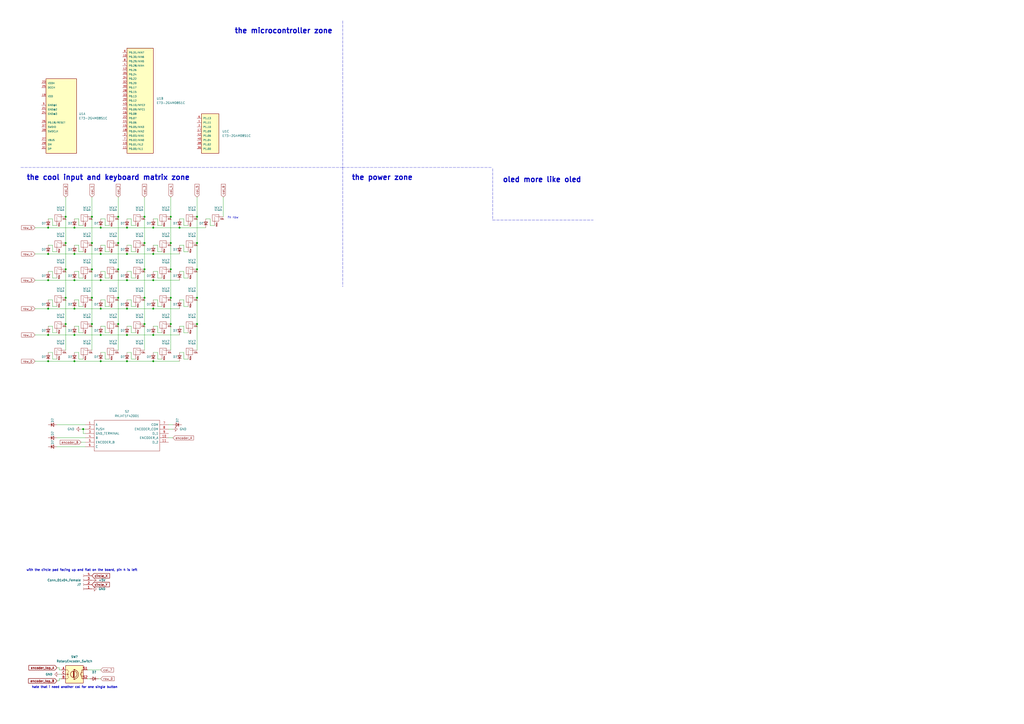
<source format=kicad_sch>
(kicad_sch (version 20211123) (generator eeschema)
  (paper "A2")
  (lib_symbols
    (symbol "Connector:Conn_01x04_Female" (pin_names (offset 1.016) hide)
      (property "Reference" "J" (at 0 5.08 0))
      (property "Value" "Conn_01x04_Female" (at 0 -7.62 0))
      (symbol "Conn_01x04_Female_1_1"
        (arc (start 0 -4.572) (mid -0.508 -5.08) (end 0 -5.588) (stroke (width 0.1524)))
        (arc (start 0 -2.032) (mid -0.508 -2.54) (end 0 -3.048) (stroke (width 0.1524)))
        (polyline (pts (xy -1.27 -5.08) (xy -0.508 -5.08)) (stroke (width 0.1524)))
        (polyline (pts (xy -1.27 -2.54) (xy -0.508 -2.54)) (stroke (width 0.1524)))
        (polyline (pts (xy -1.27 0) (xy -0.508 0)) (stroke (width 0.1524)))
        (polyline (pts (xy -1.27 2.54) (xy -0.508 2.54)) (stroke (width 0.1524)))
        (arc (start 0 0.508) (mid -0.508 0) (end 0 -0.508) (stroke (width 0.1524)))
        (arc (start 0 3.048) (mid -0.508 2.54) (end 0 2.032) (stroke (width 0.1524)))
        (pin passive line (at -5.08 2.54 0) (length 3.81) (name "Pin_1") (number "1"))
        (pin passive line (at -5.08 0 0) (length 3.81) (name "Pin_2") (number "2"))
        (pin passive line (at -5.08 -2.54 0) (length 3.81) (name "Pin_3") (number "3"))
        (pin passive line (at -5.08 -5.08 0) (length 3.81) (name "Pin_4") (number "4"))
      )
    )
    (symbol "Device:D_Small" (pin_numbers hide) (pin_names (offset 0.254) hide)
      (property "Reference" "D" (at -1.27 2.032 0))
      (property "Value" "D_Small" (at -3.81 -2.032 0))
      (symbol "D_Small_0_1"
        (polyline (pts (xy -0.762 -1.016) (xy -0.762 1.016)) (stroke (width 0.254)))
        (polyline (pts (xy -0.762 0) (xy 0.762 0)))
        (polyline (pts (xy 0.762 -1.016) (xy -0.762 0) (xy 0.762 1.016) (xy 0.762 -1.016)) (stroke (width 0.254)))
      )
      (symbol "D_Small_1_1"
        (pin passive line (at -2.54 0 0) (length 1.778) (name "K") (number "1"))
        (pin passive line (at 2.54 0 180) (length 1.778) (name "A") (number "2"))
      )
    )
    (symbol "Device:RotaryEncoder_Switch" (pin_names (offset 0.254) hide)
      (property "Reference" "SW" (at 0 6.604 0))
      (property "Value" "RotaryEncoder_Switch" (at 0 -6.604 0))
      (symbol "RotaryEncoder_Switch_0_1"
        (rectangle (start -5.08 5.08) (end 5.08 -5.08) (stroke (width 0.254)) (fill (type background)))
        (circle (center -3.81 0) (radius 0.254) (fill (type outline)))
        (arc (start -0.381 -2.794) (mid 2.3622 -0.0508) (end -0.381 2.667) (stroke (width 0.254)))
        (circle (center -0.381 0) (radius 1.905) (stroke (width 0.254)))
        (polyline (pts (xy -0.635 -1.778) (xy -0.635 1.778)) (stroke (width 0.254)))
        (polyline (pts (xy -0.381 -1.778) (xy -0.381 1.778)) (stroke (width 0.254)))
        (polyline (pts (xy -0.127 1.778) (xy -0.127 -1.778)) (stroke (width 0.254)))
        (polyline (pts (xy 3.81 0) (xy 3.429 0)) (stroke (width 0.254)))
        (polyline (pts (xy 3.81 1.016) (xy 3.81 -1.016)) (stroke (width 0.254)))
        (polyline (pts (xy -5.08 -2.54) (xy -3.81 -2.54) (xy -3.81 -2.032)))
        (polyline (pts (xy -5.08 2.54) (xy -3.81 2.54) (xy -3.81 2.032)))
        (polyline (pts (xy 0.254 -3.048) (xy -0.508 -2.794) (xy 0.127 -2.413)) (stroke (width 0.254)))
        (polyline (pts (xy 0.254 2.921) (xy -0.508 2.667) (xy 0.127 2.286)) (stroke (width 0.254)))
        (polyline (pts (xy 5.08 -2.54) (xy 4.318 -2.54) (xy 4.318 -1.016)) (stroke (width 0.254)))
        (polyline (pts (xy 5.08 2.54) (xy 4.318 2.54) (xy 4.318 1.016)) (stroke (width 0.254)))
        (polyline (pts (xy -5.08 0) (xy -3.81 0) (xy -3.81 -1.016) (xy -3.302 -2.032)))
        (polyline (pts (xy -4.318 0) (xy -3.81 0) (xy -3.81 1.016) (xy -3.302 2.032)))
        (circle (center 4.318 -1.016) (radius 0.127) (stroke (width 0.254)))
        (circle (center 4.318 1.016) (radius 0.127) (stroke (width 0.254)))
      )
      (symbol "RotaryEncoder_Switch_1_1"
        (pin passive line (at -7.62 2.54 0) (length 2.54) (name "A") (number "A"))
        (pin passive line (at -7.62 -2.54 0) (length 2.54) (name "B") (number "B"))
        (pin passive line (at -7.62 0 0) (length 2.54) (name "C") (number "C"))
        (pin passive line (at 7.62 2.54 180) (length 2.54) (name "S1") (number "S1"))
        (pin passive line (at 7.62 -2.54 180) (length 2.54) (name "S2") (number "S2"))
      )
    )
    (symbol "E73-2G4M08S1C:E73-2G4M08S1C" (pin_names (offset 1.016))
      (property "Reference" "U" (at -15.24 20.32 0))
      (property "Value" "E73-2G4M08S1C" (at -15.24 -25.4 0))
      (symbol "E73-2G4M08S1C_1_0"
        (rectangle (start -15.24 -22.86) (end 2.54 20.32) (stroke (width 0.254)) (fill (type background)))
        (pin bidirectional line (at -17.78 10.16 0) (length 2.54) (name "VDD") (number "19"))
        (pin bidirectional line (at -17.78 2.54 0) (length 2.54) (name "GND@2") (number "21"))
        (pin bidirectional line (at -17.78 17.78 0) (length 2.54) (name "VDDH") (number "23"))
        (pin bidirectional line (at -17.78 0 0) (length 2.54) (name "GND@3") (number "24"))
        (pin bidirectional line (at -17.78 15.24 0) (length 2.54) (name "DCCH") (number "25"))
        (pin bidirectional line (at -17.78 -5.08 0) (length 2.54) (name "P0.18/RESET") (number "26"))
        (pin bidirectional line (at -17.78 -15.24 0) (length 2.54) (name "VBUS") (number "27"))
        (pin bidirectional line (at -17.78 -17.78 0) (length 2.54) (name "DM") (number "29"))
        (pin bidirectional line (at -17.78 -20.32 0) (length 2.54) (name "DP") (number "31"))
        (pin bidirectional line (at -17.78 -7.62 0) (length 2.54) (name "SWDIO") (number "37"))
        (pin bidirectional line (at -17.78 -10.16 0) (length 2.54) (name "SWDCLK") (number "39"))
        (pin bidirectional line (at -17.78 5.08 0) (length 2.54) (name "GND@1") (number "5"))
      )
      (symbol "E73-2G4M08S1C_2_0"
        (rectangle (start -5.08 -30.48) (end 10.16 30.48) (stroke (width 0.254)) (fill (type background)))
        (pin bidirectional line (at 12.7 -25.4 180) (length 2.54) (name "P0.30/AIN6") (number "10"))
        (pin bidirectional line (at 12.7 27.94 180) (length 2.54) (name "P0.00/XL1") (number "11"))
        (pin bidirectional line (at 12.7 -17.78 180) (length 2.54) (name "P0.26") (number "12"))
        (pin bidirectional line (at 12.7 25.4 180) (length 2.54) (name "P0.01/XL2") (number "13"))
        (pin bidirectional line (at 12.7 12.7 180) (length 2.54) (name "P0.06") (number "14"))
        (pin bidirectional line (at 12.7 15.24 180) (length 2.54) (name "P0.05/AIN3") (number "15"))
        (pin bidirectional line (at 12.7 7.62 180) (length 2.54) (name "P0.08") (number "16"))
        (pin bidirectional line (at 12.7 17.78 180) (length 2.54) (name "P0.04/AIN2") (number "18"))
        (pin bidirectional line (at 12.7 0 180) (length 2.54) (name "P0.12") (number "20"))
        (pin bidirectional line (at 12.7 10.16 180) (length 2.54) (name "P0.07") (number "22"))
        (pin bidirectional line (at 12.7 -5.08 180) (length 2.54) (name "P0.15") (number "28"))
        (pin bidirectional line (at 12.7 20.32 180) (length 2.54) (name "P0.03/AIN1") (number "3"))
        (pin bidirectional line (at 12.7 -7.62 180) (length 2.54) (name "P0.17") (number "30"))
        (pin bidirectional line (at 12.7 -10.16 180) (length 2.54) (name "P0.20") (number "32"))
        (pin bidirectional line (at 12.7 -2.54 180) (length 2.54) (name "P0.13") (number "33"))
        (pin bidirectional line (at 12.7 -12.7 180) (length 2.54) (name "P0.22") (number "34"))
        (pin bidirectional line (at 12.7 -15.24 180) (length 2.54) (name "P0.24") (number "35"))
        (pin bidirectional line (at 12.7 -20.32 180) (length 2.54) (name "P0.28/AIN4") (number "4"))
        (pin bidirectional line (at 12.7 5.08 180) (length 2.54) (name "P0.09/NFC1") (number "41"))
        (pin bidirectional line (at 12.7 2.54 180) (length 2.54) (name "P0.10/NFC2") (number "43"))
        (pin bidirectional line (at 12.7 22.86 180) (length 2.54) (name "P0.02/AIN0") (number "7"))
        (pin bidirectional line (at 12.7 -22.86 180) (length 2.54) (name "P0.29/AIN5") (number "8"))
        (pin bidirectional line (at 12.7 -27.94 180) (length 2.54) (name "P0.31/AIN7") (number "9"))
      )
      (symbol "E73-2G4M08S1C_3_0"
        (rectangle (start -2.54 -12.7) (end 7.62 10.16) (stroke (width 0.254)) (fill (type background)))
        (pin bidirectional line (at 10.16 -7.62 180) (length 2.54) (name "P1.11") (number "1"))
        (pin bidirectional line (at 10.16 -2.54 180) (length 2.54) (name "P1.09") (number "17"))
        (pin bidirectional line (at 10.16 -5.08 180) (length 2.54) (name "P1.10") (number "2"))
        (pin bidirectional line (at 10.16 7.62 180) (length 2.54) (name "P1.00") (number "36"))
        (pin bidirectional line (at 10.16 5.08 180) (length 2.54) (name "P1.02") (number "38"))
        (pin bidirectional line (at 10.16 2.54 180) (length 2.54) (name "P1.04") (number "40"))
        (pin bidirectional line (at 10.16 0 180) (length 2.54) (name "P1.06") (number "42"))
        (pin bidirectional line (at 10.16 -10.16 180) (length 2.54) (name "P1.13") (number "6"))
      )
    )
    (symbol "MX_Alps_Hybrid:MX-NoLED" (pin_names (offset 1.016))
      (property "Reference" "MX" (at -0.635 3.81 0))
      (property "Value" "MX-NoLED" (at -0.635 1.27 0))
      (symbol "MX-NoLED_0_0"
        (rectangle (start -2.54 2.54) (end 1.27 -1.27))
        (polyline (pts (xy -1.27 -1.27) (xy -1.27 1.27)) (stroke (width 0.127)))
        (polyline (pts (xy 1.27 1.27) (xy 0 1.27) (xy -1.27 1.905)) (stroke (width 0.127)))
        (text "COL" (at 3.175 0 0) (effects (font (size 0.762 0.762))))
        (text "ROW" (at 0 -1.905 900) (effects (font (size 0.762 0.762)) (justify right)))
      )
      (symbol "MX-NoLED_1_1"
        (pin passive line (at 3.81 1.27 180) (length 2.54) (name "COL") (number "1"))
        (pin passive line (at -1.27 -3.81 90) (length 2.54) (name "ROW") (number "2"))
      )
    )
    (symbol "cumsys:RKJXT1F42001" (pin_names (offset 0.762))
      (property "Reference" "S" (at 44.45 7.62 0))
      (property "Value" "RKJXT1F42001" (at 44.45 5.08 0))
      (symbol "RKJXT1F42001_0_0"
        (pin passive line (at 0 0 0) (length 5.08) (name "A") (number "1"))
        (pin passive line (at 48.26 -7.62 180) (length 5.08) (name "ENCODER_A") (number "10"))
        (pin passive line (at 48.26 -10.16 180) (length 5.08) (name "D_2") (number "11"))
        (pin passive line (at 0 -2.54 0) (length 5.08) (name "PUSH") (number "2"))
        (pin passive line (at 0 -5.08 0) (length 5.08) (name "GND_TERMINAL") (number "3"))
        (pin passive line (at 0 -7.62 0) (length 5.08) (name "B") (number "4"))
        (pin passive line (at 0 -10.16 0) (length 5.08) (name "ENCODER_B") (number "5"))
        (pin passive line (at 0 -12.7 0) (length 5.08) (name "C") (number "6"))
        (pin passive line (at 48.26 0 180) (length 5.08) (name "COM") (number "7"))
        (pin passive line (at 48.26 -2.54 180) (length 5.08) (name "ENCODER_COM") (number "8"))
        (pin passive line (at 48.26 -5.08 180) (length 5.08) (name "D_1") (number "9"))
      )
      (symbol "RKJXT1F42001_0_1"
        (polyline (pts (xy 5.08 2.54) (xy 43.18 2.54) (xy 43.18 -15.24) (xy 5.08 -15.24) (xy 5.08 2.54)) (stroke (width 0.1524)))
      )
    )
    (symbol "power:+5V" (power) (pin_names (offset 0))
      (property "Value" "+5V" (at 0 3.556 0))
      (symbol "+5V_0_1"
        (polyline (pts (xy -0.762 1.27) (xy 0 2.54)))
        (polyline (pts (xy 0 0) (xy 0 2.54)))
        (polyline (pts (xy 0 2.54) (xy 0.762 1.27)))
      )
      (symbol "+5V_1_1"
        (pin power_in line (at 0 0 90) (length 0) hide (name "+5V") (number "1"))
      )
    )
    (symbol "power:GND" (power) (pin_names (offset 0))
      (property "Value" "GND" (at 0 -3.81 0))
      (symbol "GND_0_1"
        (polyline (pts (xy 0 0) (xy 0 -1.27) (xy 1.27 -1.27) (xy 0 -2.54) (xy -1.27 -1.27) (xy 0 -1.27)))
      )
      (symbol "GND_1_1"
        (pin power_in line (at 0 0 270) (length 0) hide (name "GND") (number "1"))
      )
    )
  )
  (junction (at 73.66 209.55))
  (junction (at 43.18 194.31))
  (junction (at 43.18 147.32))
  (junction (at 58.42 209.55))
  (junction (at 27.94 209.55))
  (junction (at 58.42 194.31))
  (junction (at 114.3 187.96))
  (junction (at 53.34 172.72))
  (junction (at 114.3 156.21))
  (junction (at 83.82 156.21))
  (junction (at 99.06 187.96))
  (junction (at 88.9 194.31))
  (junction (at 73.66 132.08))
  (junction (at 53.34 156.21))
  (junction (at 43.18 179.07))
  (junction (at 83.82 125.73))
  (junction (at 73.66 162.56))
  (junction (at 48.26 248.92))
  (junction (at 43.18 132.08))
  (junction (at 83.82 172.72))
  (junction (at 27.94 147.32))
  (junction (at 58.42 147.32))
  (junction (at 27.94 179.07))
  (junction (at 58.42 162.56))
  (junction (at 73.66 194.31))
  (junction (at 99.06 125.73))
  (junction (at 68.58 140.97))
  (junction (at 27.94 194.31))
  (junction (at 104.14 132.08))
  (junction (at 88.9 162.56))
  (junction (at 99.06 156.21))
  (junction (at 27.94 162.56))
  (junction (at 68.58 172.72))
  (junction (at 88.9 209.55))
  (junction (at 73.66 147.32))
  (junction (at 38.1 172.72))
  (junction (at 99.06 140.97))
  (junction (at 114.3 172.72))
  (junction (at 68.58 187.96))
  (junction (at 88.9 147.32))
  (junction (at 114.3 140.97))
  (junction (at 53.34 140.97))
  (junction (at 68.58 125.73))
  (junction (at 53.34 187.96))
  (junction (at 38.1 187.96))
  (junction (at 38.1 125.73))
  (junction (at 68.58 156.21))
  (junction (at 38.1 156.21))
  (junction (at 88.9 132.08))
  (junction (at 27.94 132.08))
  (junction (at 73.66 179.07))
  (junction (at 53.34 125.73))
  (junction (at 114.3 125.73))
  (junction (at 58.42 132.08))
  (junction (at 43.18 162.56))
  (junction (at 43.18 209.55))
  (junction (at 99.06 172.72))
  (junction (at 58.42 179.07))
  (junction (at 38.1 140.97))
  (junction (at 83.82 140.97))
  (junction (at 83.82 187.96))
  (junction (at 88.9 179.07))
  (wire (pts (xy 60.96 146.05) (xy 63.5 146.05)))
  (wire (pts (xy 76.2 208.28) (xy 78.74 208.28)))
  (wire (pts (xy 38.1 125.73) (xy 38.1 140.97)))
  (wire (pts (xy 73.66 194.31) (xy 88.9 194.31)))
  (wire (pts (xy 68.58 125.73) (xy 68.58 140.97)))
  (wire (pts (xy 27.94 173.99) (xy 30.48 173.99)))
  (wire (pts (xy 60.96 161.29) (xy 63.5 161.29)))
  (wire (pts (xy 99.06 140.97) (xy 99.06 156.21)))
  (wire (pts (xy 76.2 146.05) (xy 78.74 146.05)))
  (wire (pts (xy 58.42 204.47) (xy 60.96 204.47)))
  (wire (pts (xy 104.14 132.08) (xy 119.38 132.08)))
  (wire (pts (xy 73.66 162.56) (xy 88.9 162.56)))
  (wire (pts (xy 58.42 132.08) (xy 73.66 132.08)))
  (wire (pts (xy 91.44 130.81) (xy 91.44 127)))
  (wire (pts (xy 34.29 391.16) (xy 35.56 391.16)))
  (wire (pts (xy 91.44 177.8) (xy 91.44 173.99)))
  (wire (pts (xy 99.06 172.72) (xy 99.06 187.96)))
  (wire (pts (xy 38.1 172.72) (xy 38.1 187.96)))
  (wire (pts (xy 50.8 393.7) (xy 52.07 393.7)))
  (wire (pts (xy 91.44 193.04) (xy 93.98 193.04)))
  (wire (pts (xy 106.68 146.05) (xy 106.68 142.24)))
  (wire (pts (xy 106.68 130.81) (xy 106.68 127)))
  (wire (pts (xy 30.48 177.8) (xy 30.48 173.99)))
  (wire (pts (xy 76.2 177.8) (xy 78.74 177.8)))
  (wire (pts (xy 20.32 147.32) (xy 27.94 147.32)))
  (wire (pts (xy 43.18 173.99) (xy 45.72 173.99)))
  (wire (pts (xy 60.96 208.28) (xy 63.5 208.28)))
  (wire (pts (xy 45.72 177.8) (xy 45.72 173.99)))
  (wire (pts (xy 76.2 161.29) (xy 76.2 157.48)))
  (wire (pts (xy 76.2 146.05) (xy 76.2 142.24)))
  (wire (pts (xy 53.34 125.73) (xy 53.34 140.97)))
  (wire (pts (xy 88.9 147.32) (xy 104.14 147.32)))
  (wire (pts (xy 91.44 208.28) (xy 93.98 208.28)))
  (wire (pts (xy 91.44 146.05) (xy 93.98 146.05)))
  (wire (pts (xy 57.15 393.7) (xy 58.42 393.7)))
  (wire (pts (xy 99.06 156.21) (xy 99.06 172.72)))
  (wire (pts (xy 73.66 157.48) (xy 76.2 157.48)))
  (wire (pts (xy 88.9 173.99) (xy 91.44 173.99)))
  (wire (pts (xy 58.42 162.56) (xy 73.66 162.56)))
  (wire (pts (xy 50.8 388.62) (xy 58.42 388.62)))
  (wire (pts (xy 76.2 193.04) (xy 78.74 193.04)))
  (wire (pts (xy 30.48 193.04) (xy 30.48 189.23)))
  (wire (pts (xy 88.9 157.48) (xy 91.44 157.48)))
  (wire (pts (xy 58.42 127) (xy 60.96 127)))
  (wire (pts (xy 20.32 132.08) (xy 27.94 132.08)))
  (polyline (pts (xy 12.065 97.155) (xy 198.755 97.155)))
  (wire (pts (xy 33.02 259.08) (xy 49.53 259.08)))
  (wire (pts (xy 35.56 388.62) (xy 34.29 388.62)))
  (wire (pts (xy 30.48 161.29) (xy 33.02 161.29)))
  (wire (pts (xy 45.72 193.04) (xy 48.26 193.04)))
  (wire (pts (xy 99.06 125.73) (xy 99.06 140.97)))
  (wire (pts (xy 129.54 114.3) (xy 129.54 125.73)))
  (wire (pts (xy 83.82 156.21) (xy 83.82 172.72)))
  (wire (pts (xy 76.2 193.04) (xy 76.2 189.23)))
  (wire (pts (xy 106.68 161.29) (xy 109.22 161.29)))
  (wire (pts (xy 114.3 140.97) (xy 114.3 156.21)))
  (wire (pts (xy 73.66 179.07) (xy 88.9 179.07)))
  (wire (pts (xy 53.34 140.97) (xy 53.34 156.21)))
  (wire (pts (xy 88.9 209.55) (xy 104.14 209.55)))
  (wire (pts (xy 45.72 193.04) (xy 45.72 189.23)))
  (wire (pts (xy 114.3 172.72) (xy 114.3 187.96)))
  (wire (pts (xy 73.66 132.08) (xy 88.9 132.08)))
  (wire (pts (xy 73.66 142.24) (xy 76.2 142.24)))
  (wire (pts (xy 73.66 173.99) (xy 76.2 173.99)))
  (wire (pts (xy 73.66 204.47) (xy 76.2 204.47)))
  (wire (pts (xy 45.72 130.81) (xy 48.26 130.81)))
  (wire (pts (xy 60.96 193.04) (xy 63.5 193.04)))
  (wire (pts (xy 27.94 132.08) (xy 43.18 132.08)))
  (wire (pts (xy 27.94 204.47) (xy 30.48 204.47)))
  (wire (pts (xy 76.2 130.81) (xy 78.74 130.81)))
  (wire (pts (xy 83.82 172.72) (xy 83.82 187.96)))
  (wire (pts (xy 30.48 130.81) (xy 33.02 130.81)))
  (wire (pts (xy 27.94 147.32) (xy 43.18 147.32)))
  (wire (pts (xy 45.72 146.05) (xy 48.26 146.05)))
  (wire (pts (xy 45.72 161.29) (xy 45.72 157.48)))
  (wire (pts (xy 88.9 162.56) (xy 104.14 162.56)))
  (wire (pts (xy 88.9 127) (xy 91.44 127)))
  (wire (pts (xy 30.48 193.04) (xy 33.02 193.04)))
  (wire (pts (xy 45.72 146.05) (xy 45.72 142.24)))
  (wire (pts (xy 30.48 130.81) (xy 30.48 127)))
  (wire (pts (xy 30.48 208.28) (xy 33.02 208.28)))
  (wire (pts (xy 68.58 187.96) (xy 68.58 203.2)))
  (wire (pts (xy 91.44 177.8) (xy 93.98 177.8)))
  (wire (pts (xy 97.79 248.92) (xy 100.33 248.92)))
  (wire (pts (xy 91.44 146.05) (xy 91.44 142.24)))
  (wire (pts (xy 30.48 146.05) (xy 30.48 142.24)))
  (wire (pts (xy 73.66 147.32) (xy 88.9 147.32)))
  (wire (pts (xy 27.94 162.56) (xy 43.18 162.56)))
  (wire (pts (xy 106.68 208.28) (xy 109.22 208.28)))
  (wire (pts (xy 68.58 114.3) (xy 68.58 125.73)))
  (wire (pts (xy 43.18 194.31) (xy 58.42 194.31)))
  (wire (pts (xy 48.26 248.92) (xy 49.53 248.92)))
  (wire (pts (xy 106.68 208.28) (xy 106.68 204.47)))
  (wire (pts (xy 60.96 130.81) (xy 63.5 130.81)))
  (wire (pts (xy 30.48 208.28) (xy 30.48 204.47)))
  (wire (pts (xy 43.18 132.08) (xy 58.42 132.08)))
  (wire (pts (xy 106.68 177.8) (xy 106.68 173.99)))
  (wire (pts (xy 60.96 146.05) (xy 60.96 142.24)))
  (wire (pts (xy 106.68 161.29) (xy 106.68 157.48)))
  (wire (pts (xy 58.42 173.99) (xy 60.96 173.99)))
  (wire (pts (xy 45.72 208.28) (xy 48.26 208.28)))
  (wire (pts (xy 104.14 189.23) (xy 106.68 189.23)))
  (wire (pts (xy 20.32 194.31) (xy 27.94 194.31)))
  (wire (pts (xy 97.79 246.38) (xy 100.33 246.38)))
  (wire (pts (xy 60.96 161.29) (xy 60.96 157.48)))
  (wire (pts (xy 33.02 387.35) (xy 34.29 387.35)))
  (wire (pts (xy 106.68 193.04) (xy 106.68 189.23)))
  (wire (pts (xy 60.96 177.8) (xy 60.96 173.99)))
  (wire (pts (xy 53.34 172.72) (xy 53.34 187.96)))
  (wire (pts (xy 76.2 208.28) (xy 76.2 204.47)))
  (wire (pts (xy 119.38 127) (xy 121.92 127)))
  (wire (pts (xy 73.66 209.55) (xy 88.9 209.55)))
  (wire (pts (xy 83.82 140.97) (xy 83.82 156.21)))
  (wire (pts (xy 60.96 193.04) (xy 60.96 189.23)))
  (wire (pts (xy 38.1 140.97) (xy 38.1 156.21)))
  (wire (pts (xy 27.94 189.23) (xy 30.48 189.23)))
  (wire (pts (xy 30.48 177.8) (xy 33.02 177.8)))
  (wire (pts (xy 43.18 157.48) (xy 45.72 157.48)))
  (wire (pts (xy 88.9 142.24) (xy 91.44 142.24)))
  (wire (pts (xy 91.44 193.04) (xy 91.44 189.23)))
  (wire (pts (xy 38.1 114.3) (xy 38.1 125.73)))
  (wire (pts (xy 58.42 147.32) (xy 73.66 147.32)))
  (wire (pts (xy 88.9 132.08) (xy 104.14 132.08)))
  (wire (pts (xy 88.9 189.23) (xy 91.44 189.23)))
  (wire (pts (xy 43.18 189.23) (xy 45.72 189.23)))
  (wire (pts (xy 45.72 208.28) (xy 45.72 204.47)))
  (wire (pts (xy 58.42 179.07) (xy 73.66 179.07)))
  (wire (pts (xy 104.14 157.48) (xy 106.68 157.48)))
  (wire (pts (xy 27.94 142.24) (xy 30.48 142.24)))
  (polyline (pts (xy 198.755 97.155) (xy 198.755 166.37)))
  (wire (pts (xy 104.14 142.24) (xy 106.68 142.24)))
  (wire (pts (xy 99.06 187.96) (xy 99.06 203.2)))
  (wire (pts (xy 58.42 189.23) (xy 60.96 189.23)))
  (wire (pts (xy 91.44 161.29) (xy 91.44 157.48)))
  (wire (pts (xy 33.02 394.97) (xy 34.29 394.97)))
  (wire (pts (xy 58.42 194.31) (xy 73.66 194.31)))
  (polyline (pts (xy 285.75 127.635) (xy 344.17 127.635)))
  (wire (pts (xy 83.82 114.3) (xy 83.82 125.73)))
  (wire (pts (xy 68.58 172.72) (xy 68.58 187.96)))
  (wire (pts (xy 60.96 130.81) (xy 60.96 127)))
  (wire (pts (xy 27.94 157.48) (xy 30.48 157.48)))
  (wire (pts (xy 99.06 114.3) (xy 99.06 125.73)))
  (wire (pts (xy 91.44 130.81) (xy 93.98 130.81)))
  (wire (pts (xy 121.92 130.81) (xy 124.46 130.81)))
  (wire (pts (xy 43.18 127) (xy 45.72 127)))
  (polyline (pts (xy 285.75 97.79) (xy 285.75 127.635)))
  (wire (pts (xy 114.3 125.73) (xy 114.3 140.97)))
  (wire (pts (xy 58.42 157.48) (xy 60.96 157.48)))
  (wire (pts (xy 53.34 187.96) (xy 53.34 203.2)))
  (wire (pts (xy 38.1 187.96) (xy 38.1 203.2)))
  (wire (pts (xy 97.79 254) (xy 100.33 254)))
  (wire (pts (xy 114.3 156.21) (xy 114.3 172.72)))
  (wire (pts (xy 104.14 204.47) (xy 106.68 204.47)))
  (wire (pts (xy 76.2 161.29) (xy 78.74 161.29)))
  (wire (pts (xy 104.14 173.99) (xy 106.68 173.99)))
  (wire (pts (xy 106.68 130.81) (xy 109.22 130.81)))
  (wire (pts (xy 106.68 146.05) (xy 109.22 146.05)))
  (wire (pts (xy 34.29 387.35) (xy 34.29 388.62)))
  (wire (pts (xy 88.9 179.07) (xy 104.14 179.07)))
  (wire (pts (xy 121.92 130.81) (xy 121.92 127)))
  (wire (pts (xy 43.18 147.32) (xy 58.42 147.32)))
  (wire (pts (xy 27.94 127) (xy 30.48 127)))
  (wire (pts (xy 20.32 179.07) (xy 27.94 179.07)))
  (wire (pts (xy 76.2 130.81) (xy 76.2 127)))
  (wire (pts (xy 27.94 209.55) (xy 43.18 209.55)))
  (wire (pts (xy 49.53 251.46) (xy 48.26 251.46)))
  (wire (pts (xy 73.66 189.23) (xy 76.2 189.23)))
  (wire (pts (xy 27.94 194.31) (xy 43.18 194.31)))
  (wire (pts (xy 104.14 127) (xy 106.68 127)))
  (wire (pts (xy 43.18 179.07) (xy 58.42 179.07)))
  (wire (pts (xy 83.82 187.96) (xy 83.82 203.2)))
  (wire (pts (xy 114.3 114.3) (xy 114.3 125.73)))
  (wire (pts (xy 35.56 393.7) (xy 34.29 393.7)))
  (wire (pts (xy 106.68 193.04) (xy 109.22 193.04)))
  (wire (pts (xy 43.18 209.55) (xy 58.42 209.55)))
  (wire (pts (xy 46.99 256.54) (xy 49.53 256.54)))
  (polyline (pts (xy 198.755 12.065) (xy 198.755 97.155)))
  (wire (pts (xy 43.18 204.47) (xy 45.72 204.47)))
  (wire (pts (xy 83.82 125.73) (xy 83.82 140.97)))
  (wire (pts (xy 30.48 161.29) (xy 30.48 157.48)))
  (wire (pts (xy 45.72 161.29) (xy 48.26 161.29)))
  (wire (pts (xy 91.44 161.29) (xy 93.98 161.29)))
  (wire (pts (xy 88.9 204.47) (xy 91.44 204.47)))
  (wire (pts (xy 58.42 209.55) (xy 73.66 209.55)))
  (wire (pts (xy 20.32 209.55) (xy 27.94 209.55)))
  (wire (pts (xy 38.1 156.21) (xy 38.1 172.72)))
  (wire (pts (xy 60.96 177.8) (xy 63.5 177.8)))
  (wire (pts (xy 68.58 156.21) (xy 68.58 172.72)))
  (wire (pts (xy 45.72 177.8) (xy 48.26 177.8)))
  (wire (pts (xy 53.34 156.21) (xy 53.34 172.72)))
  (wire (pts (xy 43.18 162.56) (xy 58.42 162.56)))
  (wire (pts (xy 73.66 127) (xy 76.2 127)))
  (wire (pts (xy 33.02 246.38) (xy 49.53 246.38)))
  (wire (pts (xy 43.18 142.24) (xy 45.72 142.24)))
  (wire (pts (xy 30.48 146.05) (xy 33.02 146.05)))
  (wire (pts (xy 33.02 254) (xy 49.53 254)))
  (wire (pts (xy 46.99 248.92) (xy 48.26 248.92)))
  (wire (pts (xy 60.96 208.28) (xy 60.96 204.47)))
  (wire (pts (xy 114.3 187.96) (xy 114.3 203.2)))
  (wire (pts (xy 58.42 142.24) (xy 60.96 142.24)))
  (wire (pts (xy 34.29 393.7) (xy 34.29 394.97)))
  (wire (pts (xy 48.26 248.92) (xy 48.26 251.46)))
  (wire (pts (xy 68.58 140.97) (xy 68.58 156.21)))
  (wire (pts (xy 88.9 194.31) (xy 104.14 194.31)))
  (wire (pts (xy 76.2 177.8) (xy 76.2 173.99)))
  (wire (pts (xy 91.44 208.28) (xy 91.44 204.47)))
  (wire (pts (xy 53.34 114.3) (xy 53.34 125.73)))
  (wire (pts (xy 106.68 177.8) (xy 109.22 177.8)))
  (wire (pts (xy 45.72 130.81) (xy 45.72 127)))
  (wire (pts (xy 20.32 162.56) (xy 27.94 162.56)))
  (wire (pts (xy 27.94 179.07) (xy 43.18 179.07)))
  (polyline (pts (xy 198.755 97.155) (xy 285.115 97.155)))
  (text "the microcontroller zone\n" (at 135.89 19.685 0) (effects (font (size 3 3) bold) (justify left bottom)))
  (text "hate that i need another col for one single button" (at 18.415 399.415 0) (effects (font (size 1.27 1.27) (thickness 0.254) bold) (justify left bottom)))
  (text "the cool input and keyboard matrix zone" (at 15.24 104.775 0) (effects (font (size 3 3) bold) (justify left bottom)))
  (text "oled more like oled\n" (at 291.465 106.045 0) (effects (font (size 3 3) bold) (justify left bottom)))
  (text "fn row" (at 132.08 127 0) (effects (font (size 1.27 1.27)) (justify left bottom)))
  (text "the power zone" (at 203.835 104.775 0) (effects (font (size 3 3) bold) (justify left bottom)))
  (text "with the circle pad facing up and flat on the board, pin 4 is left" (at 15.24 331.47 0) (effects (font (size 1.27 1.27) bold) (justify left bottom)))
  (global_label "col_7" (shape input) (at 58.42 388.62 0) (property "Intersheet References" "${INTERSHEET_REFS}" (effects hide)))
  (global_label "col_2" (shape input) (at 68.58 114.3 90) (property "Intersheet References" "${INTERSHEET_REFS}" (effects hide)))
  (global_label "encoder_top_A" (shape input) (at 33.02 387.35 180) (effects (font bold)) (property "Intersheet References" "${INTERSHEET_REFS}" (effects hide)))
  (global_label "circle_Y" (shape input) (at 53.34 339.09 0) (effects (font bold)) (property "Intersheet References" "${INTERSHEET_REFS}" (effects hide)))
  (global_label "row_2" (shape input) (at 20.32 179.07 180) (property "Intersheet References" "${INTERSHEET_REFS}" (effects hide)))
  (global_label "encoder_A" (shape input) (at 100.33 254 0) (property "Intersheet References" "${INTERSHEET_REFS}" (effects hide)))
  (global_label "col_1" (shape input) (at 53.34 114.3 90) (property "Intersheet References" "${INTERSHEET_REFS}" (effects hide)))
  (global_label "col_4" (shape input) (at 99.06 114.3 90) (property "Intersheet References" "${INTERSHEET_REFS}" (effects hide)))
  (global_label "row_1" (shape input) (at 20.32 194.31 180) (property "Intersheet References" "${INTERSHEET_REFS}" (effects hide)))
  (global_label "col_6" (shape input) (at 129.54 114.3 90) (property "Intersheet References" "${INTERSHEET_REFS}" (effects hide)))
  (global_label "encoder_top_B" (shape input) (at 33.02 394.97 180) (effects (font bold)) (property "Intersheet References" "${INTERSHEET_REFS}" (effects hide)))
  (global_label "col_5" (shape input) (at 114.3 114.3 90) (property "Intersheet References" "${INTERSHEET_REFS}" (effects hide)))
  (global_label "circle_X" (shape input) (at 53.34 334.01 0) (effects (font bold)) (property "Intersheet References" "${INTERSHEET_REFS}" (effects hide)))
  (global_label "row_5" (shape input) (at 20.32 132.08 180) (property "Intersheet References" "${INTERSHEET_REFS}" (effects hide)))
  (global_label "row_0" (shape input) (at 58.42 393.7 0) (property "Intersheet References" "${INTERSHEET_REFS}" (effects hide)))
  (global_label "col_3" (shape input) (at 83.82 114.3 90) (property "Intersheet References" "${INTERSHEET_REFS}" (effects hide)))
  (global_label "col_0" (shape input) (at 38.1 114.3 90) (property "Intersheet References" "${INTERSHEET_REFS}" (effects hide)))
  (global_label "row_3" (shape input) (at 20.32 162.56 180) (property "Intersheet References" "${INTERSHEET_REFS}" (effects hide)))
  (global_label "encoder_B" (shape input) (at 46.99 256.54 180) (property "Intersheet References" "${INTERSHEET_REFS}" (effects hide)))
  (global_label "row_0" (shape input) (at 20.32 209.55 180) (property "Intersheet References" "${INTERSHEET_REFS}" (effects hide)))
  (global_label "row_4" (shape input) (at 20.32 147.32 180) (property "Intersheet References" "${INTERSHEET_REFS}" (effects hide)))
  (symbol (lib_id "power:GND") (at 34.29 391.16 270) (unit 1)
    (property "Reference" "#PWR?" (effects hide))
    (property "Value" "GND" (at 30.48 391.16 90) (effects (justify right)))
  )
  (symbol (lib_id "Device:D_Small") (at 119.38 129.54 90) (unit 1)
    (property "Reference" "D?" (at 116.84 129.54 90))
    (property "Value" "D_Small" (effects hide))
  )
  (symbol (lib_id "Device:D_Small") (at 73.66 144.78 90) (unit 1)
    (property "Reference" "D?" (at 71.12 144.78 90))
    (property "Value" "D_Small" (effects hide))
  )
  (symbol (lib_id "MX_Alps_Hybrid:MX-NoLED") (at 95.25 173.99 0) (unit 1)
    (property "Reference" "MX?" (at 96.1356 167.64 0) (effects (font (size 1.524 1.524))))
    (property "Value" "MX-NoLED" (at 96.1356 168.91 0) (effects (font (size 0.508 0.508))))
  )
  (symbol (lib_id "MX_Alps_Hybrid:MX-NoLED") (at 110.49 189.23 0) (unit 1)
    (property "Reference" "MX?" (at 111.3756 182.88 0) (effects (font (size 1.524 1.524))))
    (property "Value" "MX-NoLED" (at 111.3756 184.15 0) (effects (font (size 0.508 0.508))))
  )
  (symbol (lib_id "MX_Alps_Hybrid:MX-NoLED") (at 95.25 127 0) (unit 1)
    (property "Reference" "MX?" (at 96.1356 120.65 0) (effects (font (size 1.524 1.524))))
    (property "Value" "MX-NoLED" (at 96.1356 121.92 0) (effects (font (size 0.508 0.508))))
  )
  (symbol (lib_id "Device:D_Small") (at 73.66 191.77 90) (unit 1)
    (property "Reference" "D?" (at 71.12 191.77 90))
    (property "Value" "D_Small" (effects hide))
  )
  (symbol (lib_id "Device:D_Small") (at 88.9 129.54 90) (unit 1)
    (property "Reference" "D?" (at 86.36 129.54 90))
    (property "Value" "D_Small" (effects hide))
  )
  (symbol (lib_id "MX_Alps_Hybrid:MX-NoLED") (at 64.77 157.48 0) (unit 1)
    (property "Reference" "MX?" (at 65.6556 151.13 0) (effects (font (size 1.524 1.524))))
    (property "Value" "MX-NoLED" (at 65.6556 152.4 0) (effects (font (size 0.508 0.508))))
  )
  (symbol (lib_id "E73-2G4M08S1C:E73-2G4M08S1C") (at 124.46 78.74 180) (unit 3)
    (property "Reference" "U1" (at 128.905 76.1999 0) (effects (justify right)))
    (property "Value" "E73-2G4M08S1C" (at 128.905 78.7399 0) (effects (justify right)))
    (property "Footprint" "E73-2G4M08S1C" (effects hide))
  )
  (symbol (lib_id "Device:D_Small") (at 73.66 160.02 90) (unit 1)
    (property "Reference" "D?" (at 71.12 160.02 90))
    (property "Value" "D_Small" (effects hide))
  )
  (symbol (lib_id "MX_Alps_Hybrid:MX-NoLED") (at 49.53 204.47 0) (unit 1)
    (property "Reference" "MX?" (at 50.4156 198.12 0) (effects (font (size 1.524 1.524))))
    (property "Value" "MX-NoLED" (at 50.4156 199.39 0) (effects (font (size 0.508 0.508))))
  )
  (symbol (lib_id "Device:D_Small") (at 58.42 207.01 90) (unit 1)
    (property "Reference" "D?" (at 55.88 207.01 90))
    (property "Value" "D_Small" (effects hide))
  )
  (symbol (lib_id "Device:D_Small") (at 43.18 129.54 90) (unit 1)
    (property "Reference" "D?" (at 40.64 129.54 90))
    (property "Value" "D_Small" (effects hide))
  )
  (symbol (lib_id "MX_Alps_Hybrid:MX-NoLED") (at 34.29 142.24 0) (unit 1)
    (property "Reference" "MX?" (at 35.1756 135.89 0) (effects (font (size 1.524 1.524))))
    (property "Value" "MX-NoLED" (at 35.1756 137.16 0) (effects (font (size 0.508 0.508))))
  )
  (symbol (lib_id "E73-2G4M08S1C:E73-2G4M08S1C") (at 83.82 58.42 180) (unit 2)
    (property "Reference" "U1" (at 90.805 57.1499 0) (effects (justify right)))
    (property "Value" "E73-2G4M08S1C" (at 90.805 59.6899 0) (effects (justify right)))
    (property "Footprint" "E73-2G4M08S1C" (effects hide))
  )
  (symbol (lib_id "Device:D_Small") (at 27.94 207.01 90) (unit 1)
    (property "Reference" "D?" (at 25.4 207.01 90))
    (property "Value" "D_Small" (effects hide))
  )
  (symbol (lib_id "MX_Alps_Hybrid:MX-NoLED") (at 110.49 204.47 0) (unit 1)
    (property "Reference" "MX?" (at 111.3756 198.12 0) (effects (font (size 1.524 1.524))))
    (property "Value" "MX-NoLED" (at 111.3756 199.39 0) (effects (font (size 0.508 0.508))))
  )
  (symbol (lib_id "Device:D_Small") (at 58.42 144.78 90) (unit 1)
    (property "Reference" "D?" (at 55.88 144.78 90))
    (property "Value" "D_Small" (effects hide))
  )
  (symbol (lib_id "Device:D_Small") (at 88.9 176.53 90) (unit 1)
    (property "Reference" "D?" (at 86.36 176.53 90))
    (property "Value" "D_Small" (effects hide))
  )
  (symbol (lib_id "MX_Alps_Hybrid:MX-NoLED") (at 80.01 204.47 0) (unit 1)
    (property "Reference" "MX?" (at 80.8956 198.12 0) (effects (font (size 1.524 1.524))))
    (property "Value" "MX-NoLED" (at 80.8956 199.39 0) (effects (font (size 0.508 0.508))))
  )
  (symbol (lib_id "Device:D_Small") (at 43.18 144.78 90) (unit 1)
    (property "Reference" "D?" (at 40.64 144.78 90))
    (property "Value" "D_Small" (effects hide))
  )
  (symbol (lib_id "Device:D_Small") (at 30.48 246.38 0) (unit 1)
    (property "Reference" "D?" (at 30.48 243.84 90))
    (property "Value" "D_Small" (effects hide))
  )
  (symbol (lib_id "power:GND") (at 100.33 248.92 90) (unit 1)
    (property "Reference" "#PWR?" (effects hide))
    (property "Value" "GND" (at 104.14 248.9199 90) (effects (justify right)))
  )
  (symbol (lib_id "Device:D_Small") (at 58.42 176.53 90) (unit 1)
    (property "Reference" "D?" (at 55.88 176.53 90))
    (property "Value" "D_Small" (effects hide))
  )
  (symbol (lib_id "Device:D_Small") (at 58.42 191.77 90) (unit 1)
    (property "Reference" "D?" (at 55.88 191.77 90))
    (property "Value" "D_Small" (effects hide))
  )
  (symbol (lib_id "Device:D_Small") (at 104.14 207.01 90) (unit 1)
    (property "Reference" "D?" (at 101.6 207.01 90))
    (property "Value" "D_Small" (effects hide))
  )
  (symbol (lib_id "Device:D_Small") (at 58.42 129.54 90) (unit 1)
    (property "Reference" "D?" (at 55.88 129.54 90))
    (property "Value" "D_Small" (effects hide))
  )
  (symbol (lib_id "MX_Alps_Hybrid:MX-NoLED") (at 49.53 142.24 0) (unit 1)
    (property "Reference" "MX?" (at 50.4156 135.89 0) (effects (font (size 1.524 1.524))))
    (property "Value" "MX-NoLED" (at 50.4156 137.16 0) (effects (font (size 0.508 0.508))))
  )
  (symbol (lib_id "Device:D_Small") (at 88.9 191.77 90) (unit 1)
    (property "Reference" "D?" (at 86.36 191.77 90))
    (property "Value" "D_Small" (effects hide))
  )
  (symbol (lib_id "Device:D_Small") (at 27.94 129.54 90) (unit 1)
    (property "Reference" "D?" (at 25.4 129.54 90))
    (property "Value" "D_Small" (effects hide))
  )
  (symbol (lib_id "MX_Alps_Hybrid:MX-NoLED") (at 110.49 173.99 0) (unit 1)
    (property "Reference" "MX?" (at 111.3756 167.64 0) (effects (font (size 1.524 1.524))))
    (property "Value" "MX-NoLED" (at 111.3756 168.91 0) (effects (font (size 0.508 0.508))))
  )
  (symbol (lib_id "MX_Alps_Hybrid:MX-NoLED") (at 110.49 157.48 0) (unit 1)
    (property "Reference" "MX?" (at 111.3756 151.13 0) (effects (font (size 1.524 1.524))))
    (property "Value" "MX-NoLED" (at 111.3756 152.4 0) (effects (font (size 0.508 0.508))))
  )
  (symbol (lib_id "cumsys:RKJXT1F42001") (at 49.53 246.38 0) (unit 1)
    (property "Reference" "S?" (at 73.66 238.76 0))
    (property "Value" "RKJXT1F42001" (at 73.66 241.3 0))
    (property "Footprint" "RKJXT1F42001" (effects hide))
    (property "Datasheet" "http://www.alps.com/prod/info/E/HTML/MultiControl/Switch/RKJXT/RKJXT1F42001.html" (effects hide))
    (property "Description" "Multi-Directional Switches 4 drectnl swtch cntr push w/ an encoder" (effects hide))
    (property "Height" "17" (effects hide))
    (property "Mouser Part Number" "688-RKJXT1F42001" (effects hide))
    (property "Mouser Price/Stock" "https://www.mouser.co.uk/ProductDetail/Alps-Alpine/RKJXT1F42001?qs=6EGMNY9ZYDTsBzSTrhiL0w%3D%3D" (effects hide))
    (property "Manufacturer_Name" "ALPS Electric" (effects hide))
    (property "Manufacturer_Part_Number" "RKJXT1F42001" (effects hide))
  )
  (symbol (lib_id "MX_Alps_Hybrid:MX-NoLED") (at 64.77 173.99 0) (unit 1)
    (property "Reference" "MX?" (at 65.6556 167.64 0) (effects (font (size 1.524 1.524))))
    (property "Value" "MX-NoLED" (at 65.6556 168.91 0) (effects (font (size 0.508 0.508))))
  )
  (symbol (lib_id "Device:D_Small") (at 73.66 207.01 90) (unit 1)
    (property "Reference" "D?" (at 71.12 207.01 90))
    (property "Value" "D_Small" (effects hide))
  )
  (symbol (lib_id "Device:D_Small") (at 88.9 144.78 90) (unit 1)
    (property "Reference" "D?" (at 86.36 144.78 90))
    (property "Value" "D_Small" (effects hide))
  )
  (symbol (lib_id "E73-2G4M08S1C:E73-2G4M08S1C") (at 41.91 66.04 0) (unit 1)
    (property "Reference" "U1" (at 45.72 66.0399 0) (effects (justify left)))
    (property "Value" "E73-2G4M08S1C" (at 45.72 68.5799 0) (effects (justify left)))
    (property "Footprint" "E73-2G4M08S1C" (effects hide))
  )
  (symbol (lib_id "MX_Alps_Hybrid:MX-NoLED") (at 80.01 142.24 0) (unit 1)
    (property "Reference" "MX?" (at 80.8956 135.89 0) (effects (font (size 1.524 1.524))))
    (property "Value" "MX-NoLED" (at 80.8956 137.16 0) (effects (font (size 0.508 0.508))))
  )
  (symbol (lib_id "MX_Alps_Hybrid:MX-NoLED") (at 64.77 127 0) (unit 1)
    (property "Reference" "MX?" (at 65.6556 120.65 0) (effects (font (size 1.524 1.524))))
    (property "Value" "MX-NoLED" (at 65.6556 121.92 0) (effects (font (size 0.508 0.508))))
  )
  (symbol (lib_id "MX_Alps_Hybrid:MX-NoLED") (at 34.29 204.47 0) (unit 1)
    (property "Reference" "MX?" (at 35.1756 198.12 0) (effects (font (size 1.524 1.524))))
    (property "Value" "MX-NoLED" (at 35.1756 199.39 0) (effects (font (size 0.508 0.508))))
  )
  (symbol (lib_id "Device:D_Small") (at 104.14 129.54 90) (unit 1)
    (property "Reference" "D?" (at 101.6 129.54 90))
    (property "Value" "D_Small" (effects hide))
  )
  (symbol (lib_id "Device:D_Small") (at 30.48 254 0) (unit 1)
    (property "Reference" "D?" (at 30.48 251.46 90))
    (property "Value" "D_Small" (effects hide))
  )
  (symbol (lib_id "Device:D_Small") (at 27.94 191.77 90) (unit 1)
    (property "Reference" "D?" (at 25.4 191.77 90))
    (property "Value" "D_Small" (effects hide))
  )
  (symbol (lib_id "Device:D_Small") (at 27.94 144.78 90) (unit 1)
    (property "Reference" "D?" (at 25.4 144.78 90))
    (property "Value" "D_Small" (effects hide))
  )
  (symbol (lib_id "MX_Alps_Hybrid:MX-NoLED") (at 95.25 189.23 0) (unit 1)
    (property "Reference" "MX?" (at 96.1356 182.88 0) (effects (font (size 1.524 1.524))))
    (property "Value" "MX-NoLED" (at 96.1356 184.15 0) (effects (font (size 0.508 0.508))))
  )
  (symbol (lib_id "MX_Alps_Hybrid:MX-NoLED") (at 64.77 189.23 0) (unit 1)
    (property "Reference" "MX?" (at 65.6556 182.88 0) (effects (font (size 1.524 1.524))))
    (property "Value" "MX-NoLED" (at 65.6556 184.15 0) (effects (font (size 0.508 0.508))))
  )
  (symbol (lib_id "MX_Alps_Hybrid:MX-NoLED") (at 64.77 204.47 0) (unit 1)
    (property "Reference" "MX?" (at 65.6556 198.12 0) (effects (font (size 1.524 1.524))))
    (property "Value" "MX-NoLED" (at 65.6556 199.39 0) (effects (font (size 0.508 0.508))))
  )
  (symbol (lib_id "Device:D_Small") (at 88.9 160.02 90) (unit 1)
    (property "Reference" "D?" (at 86.36 160.02 90))
    (property "Value" "D_Small" (effects hide))
  )
  (symbol (lib_id "MX_Alps_Hybrid:MX-NoLED") (at 80.01 173.99 0) (unit 1)
    (property "Reference" "MX?" (at 80.8956 167.64 0) (effects (font (size 1.524 1.524))))
    (property "Value" "MX-NoLED" (at 80.8956 168.91 0) (effects (font (size 0.508 0.508))))
  )
  (symbol (lib_id "Device:D_Small") (at 43.18 207.01 90) (unit 1)
    (property "Reference" "D?" (at 40.64 207.01 90))
    (property "Value" "D_Small" (effects hide))
  )
  (symbol (lib_id "Device:D_Small") (at 27.94 160.02 90) (unit 1)
    (property "Reference" "D?" (at 25.4 160.02 90))
    (property "Value" "D_Small" (effects hide))
  )
  (symbol (lib_id "MX_Alps_Hybrid:MX-NoLED") (at 34.29 173.99 0) (unit 1)
    (property "Reference" "MX?" (at 35.1756 167.64 0) (effects (font (size 1.524 1.524))))
    (property "Value" "MX-NoLED" (at 35.1756 168.91 0) (effects (font (size 0.508 0.508))))
  )
  (symbol (lib_id "Device:D_Small") (at 27.94 176.53 90) (unit 1)
    (property "Reference" "D?" (at 25.4 176.53 90))
    (property "Value" "D_Small" (effects hide))
  )
  (symbol (lib_id "Device:D_Small") (at 43.18 160.02 90) (unit 1)
    (property "Reference" "D?" (at 40.64 160.02 90))
    (property "Value" "D_Small" (effects hide))
  )
  (symbol (lib_id "Device:D_Small") (at 88.9 207.01 90) (unit 1)
    (property "Reference" "D?" (at 86.36 207.01 90))
    (property "Value" "D_Small" (effects hide))
  )
  (symbol (lib_id "Device:RotaryEncoder_Switch") (at 43.18 391.16 0) (unit 1)
    (property "Reference" "SW?" (at 43.18 381 0))
    (property "Value" "RotaryEncoder_Switch" (at 43.18 383.54 0))
  )
  (symbol (lib_id "MX_Alps_Hybrid:MX-NoLED") (at 49.53 127 0) (unit 1)
    (property "Reference" "MX?" (at 50.4156 120.65 0) (effects (font (size 1.524 1.524))))
    (property "Value" "MX-NoLED" (at 50.4156 121.92 0) (effects (font (size 0.508 0.508))))
  )
  (symbol (lib_id "Device:D_Small") (at 104.14 191.77 90) (unit 1)
    (property "Reference" "D?" (at 101.6 191.77 90))
    (property "Value" "D_Small" (effects hide))
  )
  (symbol (lib_id "Device:D_Small") (at 104.14 144.78 90) (unit 1)
    (property "Reference" "D?" (at 101.6 144.78 90))
    (property "Value" "D_Small" (effects hide))
  )
  (symbol (lib_id "MX_Alps_Hybrid:MX-NoLED") (at 110.49 127 0) (unit 1)
    (property "Reference" "MX?" (at 111.3756 120.65 0) (effects (font (size 1.524 1.524))))
    (property "Value" "MX-NoLED" (at 111.3756 121.92 0) (effects (font (size 0.508 0.508))))
  )
  (symbol (lib_id "Device:D_Small") (at 104.14 176.53 90) (unit 1)
    (property "Reference" "D?" (at 101.6 176.53 90))
    (property "Value" "D_Small" (effects hide))
  )
  (symbol (lib_id "Device:D_Small") (at 43.18 176.53 90) (unit 1)
    (property "Reference" "D?" (at 40.64 176.53 90))
    (property "Value" "D_Small" (effects hide))
  )
  (symbol (lib_id "Device:D_Small") (at 54.61 393.7 180) (unit 1)
    (property "Reference" "D?" (at 54.61 389.89 0))
    (property "Value" "D_Small" (effects hide))
  )
  (symbol (lib_id "Device:D_Small") (at 73.66 129.54 90) (unit 1)
    (property "Reference" "D?" (at 71.12 129.54 90))
    (property "Value" "D_Small" (effects hide))
  )
  (symbol (lib_id "MX_Alps_Hybrid:MX-NoLED") (at 95.25 204.47 0) (unit 1)
    (property "Reference" "MX?" (at 96.1356 198.12 0) (effects (font (size 1.524 1.524))))
    (property "Value" "MX-NoLED" (at 96.1356 199.39 0) (effects (font (size 0.508 0.508))))
  )
  (symbol (lib_id "MX_Alps_Hybrid:MX-NoLED") (at 80.01 189.23 0) (unit 1)
    (property "Reference" "MX?" (at 80.8956 182.88 0) (effects (font (size 1.524 1.524))))
    (property "Value" "MX-NoLED" (at 80.8956 184.15 0) (effects (font (size 0.508 0.508))))
  )
  (symbol (lib_id "MX_Alps_Hybrid:MX-NoLED") (at 95.25 142.24 0) (unit 1)
    (property "Reference" "MX?" (at 96.1356 135.89 0) (effects (font (size 1.524 1.524))))
    (property "Value" "MX-NoLED" (at 96.1356 137.16 0) (effects (font (size 0.508 0.508))))
  )
  (symbol (lib_id "Device:D_Small") (at 104.14 160.02 90) (unit 1)
    (property "Reference" "D?" (at 101.6 160.02 90))
    (property "Value" "D_Small" (effects hide))
  )
  (symbol (lib_id "MX_Alps_Hybrid:MX-NoLED") (at 125.73 127 0) (unit 1)
    (property "Reference" "MX?" (at 126.6156 120.65 0) (effects (font (size 1.524 1.524))))
    (property "Value" "MX-NoLED" (at 126.6156 121.92 0) (effects (font (size 0.508 0.508))))
  )
  (symbol (lib_id "Device:D_Small") (at 30.48 259.08 0) (unit 1)
    (property "Reference" "D?" (at 30.48 256.54 90))
    (property "Value" "D_Small" (effects hide))
  )
  (symbol (lib_id "MX_Alps_Hybrid:MX-NoLED") (at 34.29 157.48 0) (unit 1)
    (property "Reference" "MX?" (at 35.1756 151.13 0) (effects (font (size 1.524 1.524))))
    (property "Value" "MX-NoLED" (at 35.1756 152.4 0) (effects (font (size 0.508 0.508))))
  )
  (symbol (lib_id "MX_Alps_Hybrid:MX-NoLED") (at 110.49 142.24 0) (unit 1)
    (property "Reference" "MX?" (at 111.3756 135.89 0) (effects (font (size 1.524 1.524))))
    (property "Value" "MX-NoLED" (at 111.3756 137.16 0) (effects (font (size 0.508 0.508))))
  )
  (symbol (lib_id "Device:D_Small") (at 102.87 246.38 180) (unit 1)
    (property "Reference" "D?" (at 102.87 243.84 90))
    (property "Value" "D_Small" (effects hide))
  )
  (symbol (lib_id "power:GND") (at 46.99 248.92 270) (unit 1)
    (property "Reference" "#PWR?" (effects hide))
    (property "Value" "GND" (at 43.18 248.9199 90) (effects (justify right)))
  )
  (symbol (lib_id "Device:D_Small") (at 43.18 191.77 90) (unit 1)
    (property "Reference" "D?" (at 40.64 191.77 90))
    (property "Value" "D_Small" (effects hide))
  )
  (symbol (lib_id "power:GND") (at 53.34 341.63 90) (unit 1)
    (property "Reference" "#PWR?" (effects hide))
    (property "Value" "GND" (at 57.15 341.6301 90) (effects (justify right)))
  )
  (symbol (lib_id "MX_Alps_Hybrid:MX-NoLED") (at 80.01 157.48 0) (unit 1)
    (property "Reference" "MX?" (at 80.8956 151.13 0) (effects (font (size 1.524 1.524))))
    (property "Value" "MX-NoLED" (at 80.8956 152.4 0) (effects (font (size 0.508 0.508))))
  )
  (symbol (lib_id "Device:D_Small") (at 73.66 176.53 90) (unit 1)
    (property "Reference" "D?" (at 71.12 176.53 90))
    (property "Value" "D_Small" (effects hide))
  )
  (symbol (lib_id "MX_Alps_Hybrid:MX-NoLED") (at 34.29 189.23 0) (unit 1)
    (property "Reference" "MX?" (at 35.1756 182.88 0) (effects (font (size 1.524 1.524))))
    (property "Value" "MX-NoLED" (at 35.1756 184.15 0) (effects (font (size 0.508 0.508))))
  )
  (symbol (lib_id "MX_Alps_Hybrid:MX-NoLED") (at 49.53 157.48 0) (unit 1)
    (property "Reference" "MX?" (at 50.4156 151.13 0) (effects (font (size 1.524 1.524))))
    (property "Value" "MX-NoLED" (at 50.4156 152.4 0) (effects (font (size 0.508 0.508))))
  )
  (symbol (lib_id "MX_Alps_Hybrid:MX-NoLED") (at 34.29 127 0) (unit 1)
    (property "Reference" "MX?" (at 35.1756 120.65 0) (effects (font (size 1.524 1.524))))
    (property "Value" "MX-NoLED" (at 35.1756 121.92 0) (effects (font (size 0.508 0.508))))
  )
  (symbol (lib_id "Connector:Conn_01x04_Female") (at 48.26 339.09 180) (unit 1)
    (property "Reference" "J?" (at 46.99 339.0901 0) (effects (justify left)))
    (property "Value" "Conn_01x04_Female" (at 46.99 336.5501 0) (effects (justify left)))
  )
  (symbol (lib_id "Device:D_Small") (at 58.42 160.02 90) (unit 1)
    (property "Reference" "D?" (at 55.88 160.02 90))
    (property "Value" "D_Small" (effects hide))
  )
  (symbol (lib_id "MX_Alps_Hybrid:MX-NoLED") (at 80.01 127 0) (unit 1)
    (property "Reference" "MX?" (at 80.8956 120.65 0) (effects (font (size 1.524 1.524))))
    (property "Value" "MX-NoLED" (at 80.8956 121.92 0) (effects (font (size 0.508 0.508))))
  )
  (symbol (lib_id "MX_Alps_Hybrid:MX-NoLED") (at 49.53 173.99 0) (unit 1)
    (property "Reference" "MX?" (at 50.4156 167.64 0) (effects (font (size 1.524 1.524))))
    (property "Value" "MX-NoLED" (at 50.4156 168.91 0) (effects (font (size 0.508 0.508))))
  )
  (symbol (lib_id "MX_Alps_Hybrid:MX-NoLED") (at 95.25 157.48 0) (unit 1)
    (property "Reference" "MX?" (at 96.1356 151.13 0) (effects (font (size 1.524 1.524))))
    (property "Value" "MX-NoLED" (at 96.1356 152.4 0) (effects (font (size 0.508 0.508))))
  )
  (symbol (lib_id "MX_Alps_Hybrid:MX-NoLED") (at 49.53 189.23 0) (unit 1)
    (property "Reference" "MX?" (at 50.4156 182.88 0) (effects (font (size 1.524 1.524))))
    (property "Value" "MX-NoLED" (at 50.4156 184.15 0) (effects (font (size 0.508 0.508))))
  )
  (symbol (lib_id "MX_Alps_Hybrid:MX-NoLED") (at 64.77 142.24 0) (unit 1)
    (property "Reference" "MX?" (at 65.6556 135.89 0) (effects (font (size 1.524 1.524))))
    (property "Value" "MX-NoLED" (at 65.6556 137.16 0) (effects (font (size 0.508 0.508))))
  )
  (symbol (lib_id "power:+5V") (at 53.34 336.55 270) (unit 1)
    (property "Reference" "#PWR?" (effects hide))
    (property "Value" "+5V" (at 57.15 336.5501 90) (effects (justify left)))
  )
)
</source>
